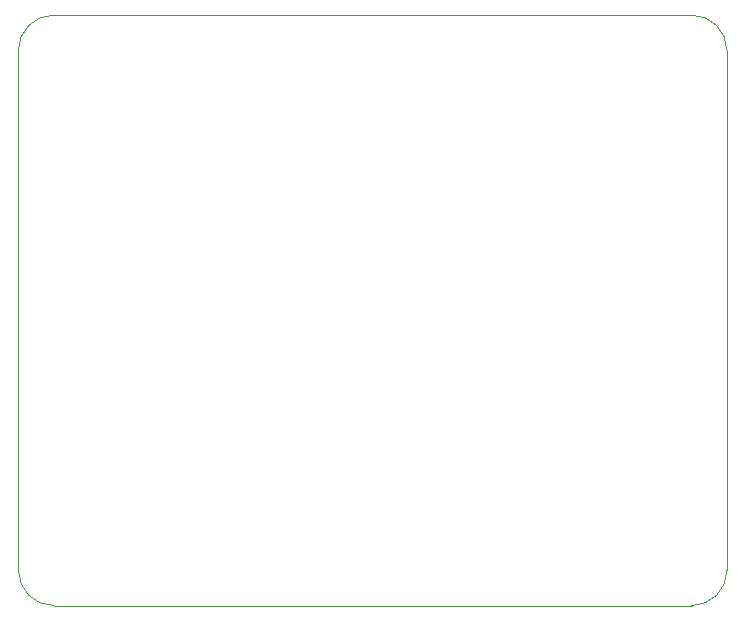
<source format=gm1>
G04 #@! TF.GenerationSoftware,KiCad,Pcbnew,(5.99.0-11444-g3c721c55de)*
G04 #@! TF.CreationDate,2021-10-03T12:01:58-03:00*
G04 #@! TF.ProjectId,d21lora,6432316c-6f72-4612-9e6b-696361645f70,rev?*
G04 #@! TF.SameCoordinates,Original*
G04 #@! TF.FileFunction,Profile,NP*
%FSLAX46Y46*%
G04 Gerber Fmt 4.6, Leading zero omitted, Abs format (unit mm)*
G04 Created by KiCad (PCBNEW (5.99.0-11444-g3c721c55de)) date 2021-10-03 12:01:58*
%MOMM*%
%LPD*%
G01*
G04 APERTURE LIST*
G04 #@! TA.AperFunction,Profile*
%ADD10C,0.100000*%
G04 #@! TD*
G04 APERTURE END LIST*
D10*
X57000000Y-50000000D02*
X3000000Y-50000000D01*
X60000000Y-3000000D02*
X60000000Y-47000000D01*
X3000000Y0D02*
X57000000Y0D01*
X0Y-47000000D02*
X0Y-3000000D01*
X0Y-47000000D02*
G75*
G03*
X3000000Y-50000000I3000000J0D01*
G01*
X57000000Y-50000000D02*
G75*
G03*
X60000000Y-47000000I0J3000000D01*
G01*
X60000000Y-3000000D02*
G75*
G03*
X57000000Y0I-3000000J0D01*
G01*
X3000000Y0D02*
G75*
G03*
X0Y-3000000I0J-3000000D01*
G01*
M02*

</source>
